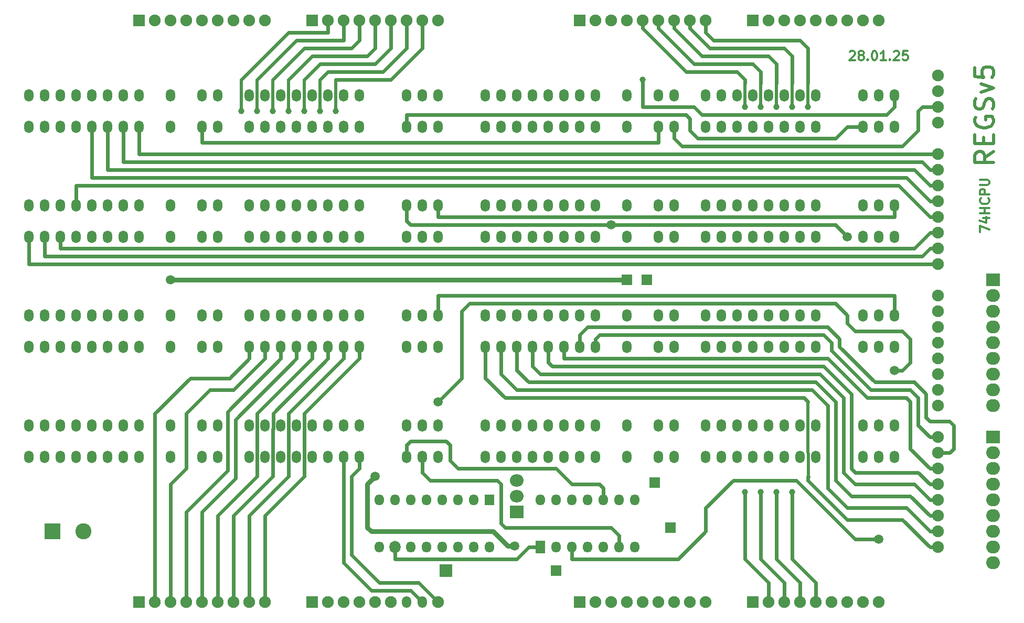
<source format=gbr>
%TF.GenerationSoftware,KiCad,Pcbnew,(5.1.8)-1*%
%TF.CreationDate,2025-01-29T23:55:13+03:00*%
%TF.ProjectId,Regs-v5,52656773-2d76-4352-9e6b-696361645f70,rev?*%
%TF.SameCoordinates,Original*%
%TF.FileFunction,Copper,L1,Top*%
%TF.FilePolarity,Positive*%
%FSLAX46Y46*%
G04 Gerber Fmt 4.6, Leading zero omitted, Abs format (unit mm)*
G04 Created by KiCad (PCBNEW (5.1.8)-1) date 2025-01-29 23:55:13*
%MOMM*%
%LPD*%
G01*
G04 APERTURE LIST*
%TA.AperFunction,NonConductor*%
%ADD10C,0.300000*%
%TD*%
%TA.AperFunction,NonConductor*%
%ADD11C,0.500000*%
%TD*%
%TA.AperFunction,ComponentPad*%
%ADD12R,1.700000X1.700000*%
%TD*%
%TA.AperFunction,ComponentPad*%
%ADD13O,1.500000X2.000000*%
%TD*%
%TA.AperFunction,ComponentPad*%
%ADD14O,2.200000X2.100000*%
%TD*%
%TA.AperFunction,ComponentPad*%
%ADD15R,2.200000X2.100000*%
%TD*%
%TA.AperFunction,ComponentPad*%
%ADD16O,1.900000X1.900000*%
%TD*%
%TA.AperFunction,ComponentPad*%
%ADD17C,2.600000*%
%TD*%
%TA.AperFunction,ComponentPad*%
%ADD18R,2.600000X2.600000*%
%TD*%
%TA.AperFunction,ComponentPad*%
%ADD19O,1.500000X1.800000*%
%TD*%
%TA.AperFunction,ComponentPad*%
%ADD20R,1.500000X2.000000*%
%TD*%
%TA.AperFunction,ComponentPad*%
%ADD21O,1.800000X2.000000*%
%TD*%
%TA.AperFunction,ComponentPad*%
%ADD22R,1.500000X1.800000*%
%TD*%
%TA.AperFunction,ComponentPad*%
%ADD23R,2.000000X2.000000*%
%TD*%
%TA.AperFunction,ComponentPad*%
%ADD24O,2.200000X2.000000*%
%TD*%
%TA.AperFunction,ComponentPad*%
%ADD25R,2.200000X2.000000*%
%TD*%
%TA.AperFunction,ComponentPad*%
%ADD26R,1.900000X1.900000*%
%TD*%
%TA.AperFunction,ComponentPad*%
%ADD27O,1.500000X1.900000*%
%TD*%
%TA.AperFunction,ViaPad*%
%ADD28C,1.000000*%
%TD*%
%TA.AperFunction,ViaPad*%
%ADD29C,1.500000*%
%TD*%
%TA.AperFunction,Conductor*%
%ADD30C,0.600000*%
%TD*%
%TA.AperFunction,Conductor*%
%ADD31C,0.500000*%
%TD*%
%TA.AperFunction,Conductor*%
%ADD32C,0.800000*%
%TD*%
G04 APERTURE END LIST*
D10*
X150225714Y-22816428D02*
X150297142Y-22745000D01*
X150440000Y-22673571D01*
X150797142Y-22673571D01*
X150940000Y-22745000D01*
X151011428Y-22816428D01*
X151082857Y-22959285D01*
X151082857Y-23102142D01*
X151011428Y-23316428D01*
X150154285Y-24173571D01*
X151082857Y-24173571D01*
X151940000Y-23316428D02*
X151797142Y-23245000D01*
X151725714Y-23173571D01*
X151654285Y-23030714D01*
X151654285Y-22959285D01*
X151725714Y-22816428D01*
X151797142Y-22745000D01*
X151940000Y-22673571D01*
X152225714Y-22673571D01*
X152368571Y-22745000D01*
X152440000Y-22816428D01*
X152511428Y-22959285D01*
X152511428Y-23030714D01*
X152440000Y-23173571D01*
X152368571Y-23245000D01*
X152225714Y-23316428D01*
X151940000Y-23316428D01*
X151797142Y-23387857D01*
X151725714Y-23459285D01*
X151654285Y-23602142D01*
X151654285Y-23887857D01*
X151725714Y-24030714D01*
X151797142Y-24102142D01*
X151940000Y-24173571D01*
X152225714Y-24173571D01*
X152368571Y-24102142D01*
X152440000Y-24030714D01*
X152511428Y-23887857D01*
X152511428Y-23602142D01*
X152440000Y-23459285D01*
X152368571Y-23387857D01*
X152225714Y-23316428D01*
X153154285Y-24030714D02*
X153225714Y-24102142D01*
X153154285Y-24173571D01*
X153082857Y-24102142D01*
X153154285Y-24030714D01*
X153154285Y-24173571D01*
X154154285Y-22673571D02*
X154297142Y-22673571D01*
X154440000Y-22745000D01*
X154511428Y-22816428D01*
X154582857Y-22959285D01*
X154654285Y-23245000D01*
X154654285Y-23602142D01*
X154582857Y-23887857D01*
X154511428Y-24030714D01*
X154440000Y-24102142D01*
X154297142Y-24173571D01*
X154154285Y-24173571D01*
X154011428Y-24102142D01*
X153940000Y-24030714D01*
X153868571Y-23887857D01*
X153797142Y-23602142D01*
X153797142Y-23245000D01*
X153868571Y-22959285D01*
X153940000Y-22816428D01*
X154011428Y-22745000D01*
X154154285Y-22673571D01*
X156082857Y-24173571D02*
X155225714Y-24173571D01*
X155654285Y-24173571D02*
X155654285Y-22673571D01*
X155511428Y-22887857D01*
X155368571Y-23030714D01*
X155225714Y-23102142D01*
X156725714Y-24030714D02*
X156797142Y-24102142D01*
X156725714Y-24173571D01*
X156654285Y-24102142D01*
X156725714Y-24030714D01*
X156725714Y-24173571D01*
X157368571Y-22816428D02*
X157440000Y-22745000D01*
X157582857Y-22673571D01*
X157940000Y-22673571D01*
X158082857Y-22745000D01*
X158154285Y-22816428D01*
X158225714Y-22959285D01*
X158225714Y-23102142D01*
X158154285Y-23316428D01*
X157297142Y-24173571D01*
X158225714Y-24173571D01*
X159582857Y-22673571D02*
X158868571Y-22673571D01*
X158797142Y-23387857D01*
X158868571Y-23316428D01*
X159011428Y-23245000D01*
X159368571Y-23245000D01*
X159511428Y-23316428D01*
X159582857Y-23387857D01*
X159654285Y-23530714D01*
X159654285Y-23887857D01*
X159582857Y-24030714D01*
X159511428Y-24102142D01*
X159368571Y-24173571D01*
X159011428Y-24173571D01*
X158868571Y-24102142D01*
X158797142Y-24030714D01*
D11*
X173442142Y-38948571D02*
X172013571Y-39948571D01*
X173442142Y-40662857D02*
X170442142Y-40662857D01*
X170442142Y-39520000D01*
X170585000Y-39234285D01*
X170727857Y-39091428D01*
X171013571Y-38948571D01*
X171442142Y-38948571D01*
X171727857Y-39091428D01*
X171870714Y-39234285D01*
X172013571Y-39520000D01*
X172013571Y-40662857D01*
X171870714Y-37662857D02*
X171870714Y-36662857D01*
X173442142Y-36234285D02*
X173442142Y-37662857D01*
X170442142Y-37662857D01*
X170442142Y-36234285D01*
X170585000Y-33377142D02*
X170442142Y-33662857D01*
X170442142Y-34091428D01*
X170585000Y-34520000D01*
X170870714Y-34805714D01*
X171156428Y-34948571D01*
X171727857Y-35091428D01*
X172156428Y-35091428D01*
X172727857Y-34948571D01*
X173013571Y-34805714D01*
X173299285Y-34520000D01*
X173442142Y-34091428D01*
X173442142Y-33805714D01*
X173299285Y-33377142D01*
X173156428Y-33234285D01*
X172156428Y-33234285D01*
X172156428Y-33805714D01*
X173299285Y-32091428D02*
X173442142Y-31662857D01*
X173442142Y-30948571D01*
X173299285Y-30662857D01*
X173156428Y-30520000D01*
X172870714Y-30377142D01*
X172585000Y-30377142D01*
X172299285Y-30520000D01*
X172156428Y-30662857D01*
X172013571Y-30948571D01*
X171870714Y-31520000D01*
X171727857Y-31805714D01*
X171585000Y-31948571D01*
X171299285Y-32091428D01*
X171013571Y-32091428D01*
X170727857Y-31948571D01*
X170585000Y-31805714D01*
X170442142Y-31520000D01*
X170442142Y-30805714D01*
X170585000Y-30377142D01*
X171442142Y-29377142D02*
X173442142Y-28662857D01*
X171442142Y-27948571D01*
X170442142Y-25377142D02*
X170442142Y-26805714D01*
X171870714Y-26948571D01*
X171727857Y-26805714D01*
X171585000Y-26520000D01*
X171585000Y-25805714D01*
X171727857Y-25520000D01*
X171870714Y-25377142D01*
X172156428Y-25234285D01*
X172870714Y-25234285D01*
X173156428Y-25377142D01*
X173299285Y-25520000D01*
X173442142Y-25805714D01*
X173442142Y-26520000D01*
X173299285Y-26805714D01*
X173156428Y-26948571D01*
D10*
X171263571Y-51910714D02*
X171263571Y-50910714D01*
X172763571Y-51553571D01*
X171763571Y-49696428D02*
X172763571Y-49696428D01*
X171192142Y-50053571D02*
X172263571Y-50410714D01*
X172263571Y-49482142D01*
X172763571Y-48910714D02*
X171263571Y-48910714D01*
X171977857Y-48910714D02*
X171977857Y-48053571D01*
X172763571Y-48053571D02*
X171263571Y-48053571D01*
X172620714Y-46482142D02*
X172692142Y-46553571D01*
X172763571Y-46767857D01*
X172763571Y-46910714D01*
X172692142Y-47125000D01*
X172549285Y-47267857D01*
X172406428Y-47339285D01*
X172120714Y-47410714D01*
X171906428Y-47410714D01*
X171620714Y-47339285D01*
X171477857Y-47267857D01*
X171335000Y-47125000D01*
X171263571Y-46910714D01*
X171263571Y-46767857D01*
X171335000Y-46553571D01*
X171406428Y-46482142D01*
X172763571Y-45839285D02*
X171263571Y-45839285D01*
X171263571Y-45267857D01*
X171335000Y-45125000D01*
X171406428Y-45053571D01*
X171549285Y-44982142D01*
X171763571Y-44982142D01*
X171906428Y-45053571D01*
X171977857Y-45125000D01*
X172049285Y-45267857D01*
X172049285Y-45839285D01*
X171263571Y-44339285D02*
X172477857Y-44339285D01*
X172620714Y-44267857D01*
X172692142Y-44196428D01*
X172763571Y-44053571D01*
X172763571Y-43767857D01*
X172692142Y-43625000D01*
X172620714Y-43553571D01*
X172477857Y-43482142D01*
X171263571Y-43482142D01*
D12*
%TO.P,J19,1*%
%TO.N,/~Res*%
X114300000Y-59690000D03*
%TD*%
%TO.P,J20,1*%
%TO.N,/~Res*%
X117475000Y-59690000D03*
%TD*%
D13*
%TO.P,U19,22*%
%TO.N,/~R3*%
X83820000Y-29845000D03*
%TO.P,U19,21*%
%TO.N,/~H*%
X81280000Y-29845000D03*
%TO.P,U19,20*%
%TO.N,/~Bank1*%
X78740000Y-29845000D03*
%TO.P,U19,19*%
%TO.N,/R7.7*%
X71120000Y-29845000D03*
%TO.P,U19,18*%
%TO.N,/R7.6*%
X68580000Y-29845000D03*
%TO.P,U19,17*%
%TO.N,/R7.5*%
X66040000Y-29845000D03*
%TO.P,U19,16*%
%TO.N,/R7.4*%
X63500000Y-29845000D03*
%TO.P,U19,15*%
%TO.N,/R7.3*%
X60960000Y-29845000D03*
%TO.P,U19,14*%
%TO.N,/R7.2*%
X58420000Y-29845000D03*
%TO.P,U19,13*%
%TO.N,/R7.1*%
X55880000Y-29845000D03*
%TO.P,U19,12*%
%TO.N,/R7.0*%
X53340000Y-29845000D03*
%TO.P,U19,11*%
%TO.N,VCC*%
X48260000Y-29845000D03*
%TO.P,U19,10*%
%TO.N,GND*%
X45720000Y-29845000D03*
%TO.P,U19,9*%
%TO.N,/~Res*%
X40640000Y-29845000D03*
%TO.P,U19,8*%
%TO.N,/H0*%
X35560000Y-29845000D03*
%TO.P,U19,7*%
%TO.N,/H1*%
X33020000Y-29845000D03*
%TO.P,U19,6*%
%TO.N,/H2*%
X30480000Y-29845000D03*
%TO.P,U19,5*%
%TO.N,/H3*%
X27940000Y-29845000D03*
%TO.P,U19,4*%
%TO.N,/H4*%
X25400000Y-29845000D03*
%TO.P,U19,3*%
%TO.N,/H5*%
X22860000Y-29845000D03*
%TO.P,U19,2*%
%TO.N,/H6*%
X20320000Y-29845000D03*
%TO.P,U19,1*%
%TO.N,/H7*%
X17780000Y-29845000D03*
%TD*%
%TO.P,U18,22*%
%TO.N,/~R3*%
X157480000Y-29845000D03*
%TO.P,U18,21*%
%TO.N,/~L*%
X154940000Y-29845000D03*
%TO.P,U18,20*%
%TO.N,/~Bank1*%
X152400000Y-29845000D03*
%TO.P,U18,19*%
%TO.N,/R6.7*%
X144780000Y-29845000D03*
%TO.P,U18,18*%
%TO.N,/R6.6*%
X142240000Y-29845000D03*
%TO.P,U18,17*%
%TO.N,/R6.5*%
X139700000Y-29845000D03*
%TO.P,U18,16*%
%TO.N,/R6.4*%
X137160000Y-29845000D03*
%TO.P,U18,15*%
%TO.N,/R6.3*%
X134620000Y-29845000D03*
%TO.P,U18,14*%
%TO.N,/R6.2*%
X132080000Y-29845000D03*
%TO.P,U18,13*%
%TO.N,/R6.1*%
X129540000Y-29845000D03*
%TO.P,U18,12*%
%TO.N,/R6.0*%
X127000000Y-29845000D03*
%TO.P,U18,11*%
%TO.N,VCC*%
X121920000Y-29845000D03*
%TO.P,U18,10*%
%TO.N,GND*%
X119380000Y-29845000D03*
%TO.P,U18,9*%
%TO.N,/~Res*%
X114300000Y-29845000D03*
%TO.P,U18,8*%
%TO.N,/L0*%
X109220000Y-29845000D03*
%TO.P,U18,7*%
%TO.N,/L1*%
X106680000Y-29845000D03*
%TO.P,U18,6*%
%TO.N,/L2*%
X104140000Y-29845000D03*
%TO.P,U18,5*%
%TO.N,/L3*%
X101600000Y-29845000D03*
%TO.P,U18,4*%
%TO.N,/L4*%
X99060000Y-29845000D03*
%TO.P,U18,3*%
%TO.N,/L5*%
X96520000Y-29845000D03*
%TO.P,U18,2*%
%TO.N,/L6*%
X93980000Y-29845000D03*
%TO.P,U18,1*%
%TO.N,/L7*%
X91440000Y-29845000D03*
%TD*%
%TO.P,U17,22*%
%TO.N,/~R2*%
X83820000Y-47625000D03*
%TO.P,U17,21*%
%TO.N,/~H*%
X81280000Y-47625000D03*
%TO.P,U17,20*%
%TO.N,/~Bank1*%
X78740000Y-47625000D03*
%TO.P,U17,19*%
%TO.N,/R5.7*%
X71120000Y-47625000D03*
%TO.P,U17,18*%
%TO.N,/R5.6*%
X68580000Y-47625000D03*
%TO.P,U17,17*%
%TO.N,/R5.5*%
X66040000Y-47625000D03*
%TO.P,U17,16*%
%TO.N,/R5.4*%
X63500000Y-47625000D03*
%TO.P,U17,15*%
%TO.N,/R5.3*%
X60960000Y-47625000D03*
%TO.P,U17,14*%
%TO.N,/R5.2*%
X58420000Y-47625000D03*
%TO.P,U17,13*%
%TO.N,/R5.1*%
X55880000Y-47625000D03*
%TO.P,U17,12*%
%TO.N,/R5.0*%
X53340000Y-47625000D03*
%TO.P,U17,11*%
%TO.N,VCC*%
X48260000Y-47625000D03*
%TO.P,U17,10*%
%TO.N,GND*%
X45720000Y-47625000D03*
%TO.P,U17,9*%
%TO.N,/~Res*%
X40640000Y-47625000D03*
%TO.P,U17,8*%
%TO.N,/H0*%
X35560000Y-47625000D03*
%TO.P,U17,7*%
%TO.N,/H1*%
X33020000Y-47625000D03*
%TO.P,U17,6*%
%TO.N,/H2*%
X30480000Y-47625000D03*
%TO.P,U17,5*%
%TO.N,/H3*%
X27940000Y-47625000D03*
%TO.P,U17,4*%
%TO.N,/H4*%
X25400000Y-47625000D03*
%TO.P,U17,3*%
%TO.N,/H5*%
X22860000Y-47625000D03*
%TO.P,U17,2*%
%TO.N,/H6*%
X20320000Y-47625000D03*
%TO.P,U17,1*%
%TO.N,/H7*%
X17780000Y-47625000D03*
%TD*%
%TO.P,U16,22*%
%TO.N,/~R2*%
X157480000Y-47625000D03*
%TO.P,U16,21*%
%TO.N,/~L*%
X154940000Y-47625000D03*
%TO.P,U16,20*%
%TO.N,/~Bank1*%
X152400000Y-47625000D03*
%TO.P,U16,19*%
%TO.N,/R4.7*%
X144780000Y-47625000D03*
%TO.P,U16,18*%
%TO.N,/R4.6*%
X142240000Y-47625000D03*
%TO.P,U16,17*%
%TO.N,/R4.5*%
X139700000Y-47625000D03*
%TO.P,U16,16*%
%TO.N,/R4.4*%
X137160000Y-47625000D03*
%TO.P,U16,15*%
%TO.N,/R4.3*%
X134620000Y-47625000D03*
%TO.P,U16,14*%
%TO.N,/R4.2*%
X132080000Y-47625000D03*
%TO.P,U16,13*%
%TO.N,/R4.1*%
X129540000Y-47625000D03*
%TO.P,U16,12*%
%TO.N,/R4.0*%
X127000000Y-47625000D03*
%TO.P,U16,11*%
%TO.N,VCC*%
X121920000Y-47625000D03*
%TO.P,U16,10*%
%TO.N,GND*%
X119380000Y-47625000D03*
%TO.P,U16,9*%
%TO.N,/~Res*%
X114300000Y-47625000D03*
%TO.P,U16,8*%
%TO.N,/L0*%
X109220000Y-47625000D03*
%TO.P,U16,7*%
%TO.N,/L1*%
X106680000Y-47625000D03*
%TO.P,U16,6*%
%TO.N,/L2*%
X104140000Y-47625000D03*
%TO.P,U16,5*%
%TO.N,/L3*%
X101600000Y-47625000D03*
%TO.P,U16,4*%
%TO.N,/L4*%
X99060000Y-47625000D03*
%TO.P,U16,3*%
%TO.N,/L5*%
X96520000Y-47625000D03*
%TO.P,U16,2*%
%TO.N,/L6*%
X93980000Y-47625000D03*
%TO.P,U16,1*%
%TO.N,/L7*%
X91440000Y-47625000D03*
%TD*%
%TO.P,U12,22*%
%TO.N,/~R1*%
X83820000Y-65405000D03*
%TO.P,U12,21*%
%TO.N,/~H*%
X81280000Y-65405000D03*
%TO.P,U12,20*%
%TO.N,/~Bank1*%
X78740000Y-65405000D03*
%TO.P,U12,19*%
%TO.N,/R3.7*%
X71120000Y-65405000D03*
%TO.P,U12,18*%
%TO.N,/R3.6*%
X68580000Y-65405000D03*
%TO.P,U12,17*%
%TO.N,/R3.5*%
X66040000Y-65405000D03*
%TO.P,U12,16*%
%TO.N,/R3.4*%
X63500000Y-65405000D03*
%TO.P,U12,15*%
%TO.N,/R3.3*%
X60960000Y-65405000D03*
%TO.P,U12,14*%
%TO.N,/R3.2*%
X58420000Y-65405000D03*
%TO.P,U12,13*%
%TO.N,/R3.1*%
X55880000Y-65405000D03*
%TO.P,U12,12*%
%TO.N,/R3.0*%
X53340000Y-65405000D03*
%TO.P,U12,11*%
%TO.N,VCC*%
X48260000Y-65405000D03*
%TO.P,U12,10*%
%TO.N,GND*%
X45720000Y-65405000D03*
%TO.P,U12,9*%
%TO.N,/~Res*%
X40640000Y-65405000D03*
%TO.P,U12,8*%
%TO.N,/H0*%
X35560000Y-65405000D03*
%TO.P,U12,7*%
%TO.N,/H1*%
X33020000Y-65405000D03*
%TO.P,U12,6*%
%TO.N,/H2*%
X30480000Y-65405000D03*
%TO.P,U12,5*%
%TO.N,/H3*%
X27940000Y-65405000D03*
%TO.P,U12,4*%
%TO.N,/H4*%
X25400000Y-65405000D03*
%TO.P,U12,3*%
%TO.N,/H5*%
X22860000Y-65405000D03*
%TO.P,U12,2*%
%TO.N,/H6*%
X20320000Y-65405000D03*
%TO.P,U12,1*%
%TO.N,/H7*%
X17780000Y-65405000D03*
%TD*%
%TO.P,U11,22*%
%TO.N,/~R1*%
X157480000Y-65405000D03*
%TO.P,U11,21*%
%TO.N,/~L*%
X154940000Y-65405000D03*
%TO.P,U11,20*%
%TO.N,/~Bank1*%
X152400000Y-65405000D03*
%TO.P,U11,19*%
%TO.N,/R2.7*%
X144780000Y-65405000D03*
%TO.P,U11,18*%
%TO.N,/R2.6*%
X142240000Y-65405000D03*
%TO.P,U11,17*%
%TO.N,/R2.5*%
X139700000Y-65405000D03*
%TO.P,U11,16*%
%TO.N,/R2.4*%
X137160000Y-65405000D03*
%TO.P,U11,15*%
%TO.N,/R2.3*%
X134620000Y-65405000D03*
%TO.P,U11,14*%
%TO.N,/R2.2*%
X132080000Y-65405000D03*
%TO.P,U11,13*%
%TO.N,/R2.1*%
X129540000Y-65405000D03*
%TO.P,U11,12*%
%TO.N,/R2.0*%
X127000000Y-65405000D03*
%TO.P,U11,11*%
%TO.N,VCC*%
X121920000Y-65405000D03*
%TO.P,U11,10*%
%TO.N,GND*%
X119380000Y-65405000D03*
%TO.P,U11,9*%
%TO.N,/~Res*%
X114300000Y-65405000D03*
%TO.P,U11,8*%
%TO.N,/L0*%
X109220000Y-65405000D03*
%TO.P,U11,7*%
%TO.N,/L1*%
X106680000Y-65405000D03*
%TO.P,U11,6*%
%TO.N,/L2*%
X104140000Y-65405000D03*
%TO.P,U11,5*%
%TO.N,/L3*%
X101600000Y-65405000D03*
%TO.P,U11,4*%
%TO.N,/L4*%
X99060000Y-65405000D03*
%TO.P,U11,3*%
%TO.N,/L5*%
X96520000Y-65405000D03*
%TO.P,U11,2*%
%TO.N,/L6*%
X93980000Y-65405000D03*
%TO.P,U11,1*%
%TO.N,/L7*%
X91440000Y-65405000D03*
%TD*%
%TO.P,U10,22*%
%TO.N,/~R0*%
X83820000Y-83185000D03*
%TO.P,U10,21*%
%TO.N,/~H*%
X81280000Y-83185000D03*
%TO.P,U10,20*%
%TO.N,/~Bank1*%
X78740000Y-83185000D03*
%TO.P,U10,19*%
%TO.N,/R1.7*%
X71120000Y-83185000D03*
%TO.P,U10,18*%
%TO.N,/R1.6*%
X68580000Y-83185000D03*
%TO.P,U10,17*%
%TO.N,/R1.5*%
X66040000Y-83185000D03*
%TO.P,U10,16*%
%TO.N,/R1.4*%
X63500000Y-83185000D03*
%TO.P,U10,15*%
%TO.N,/R1.3*%
X60960000Y-83185000D03*
%TO.P,U10,14*%
%TO.N,/R1.2*%
X58420000Y-83185000D03*
%TO.P,U10,13*%
%TO.N,/R1.1*%
X55880000Y-83185000D03*
%TO.P,U10,12*%
%TO.N,/R1.0*%
X53340000Y-83185000D03*
%TO.P,U10,11*%
%TO.N,VCC*%
X48260000Y-83185000D03*
%TO.P,U10,10*%
%TO.N,GND*%
X45720000Y-83185000D03*
%TO.P,U10,9*%
%TO.N,/~Res*%
X40640000Y-83185000D03*
%TO.P,U10,8*%
%TO.N,/H0*%
X35560000Y-83185000D03*
%TO.P,U10,7*%
%TO.N,/H1*%
X33020000Y-83185000D03*
%TO.P,U10,6*%
%TO.N,/H2*%
X30480000Y-83185000D03*
%TO.P,U10,5*%
%TO.N,/H3*%
X27940000Y-83185000D03*
%TO.P,U10,4*%
%TO.N,/H4*%
X25400000Y-83185000D03*
%TO.P,U10,3*%
%TO.N,/H5*%
X22860000Y-83185000D03*
%TO.P,U10,2*%
%TO.N,/H6*%
X20320000Y-83185000D03*
%TO.P,U10,1*%
%TO.N,/H7*%
X17780000Y-83185000D03*
%TD*%
%TO.P,U9,22*%
%TO.N,/~R0*%
X157480000Y-83185000D03*
%TO.P,U9,21*%
%TO.N,/~L*%
X154940000Y-83185000D03*
%TO.P,U9,20*%
%TO.N,/~Bank1*%
X152400000Y-83185000D03*
%TO.P,U9,19*%
%TO.N,/R0.7*%
X144780000Y-83185000D03*
%TO.P,U9,18*%
%TO.N,/R0.6*%
X142240000Y-83185000D03*
%TO.P,U9,17*%
%TO.N,/R0.5*%
X139700000Y-83185000D03*
%TO.P,U9,16*%
%TO.N,/R0.4*%
X137160000Y-83185000D03*
%TO.P,U9,15*%
%TO.N,/R0.3*%
X134620000Y-83185000D03*
%TO.P,U9,14*%
%TO.N,/R0.2*%
X132080000Y-83185000D03*
%TO.P,U9,13*%
%TO.N,/R0.1*%
X129540000Y-83185000D03*
%TO.P,U9,12*%
%TO.N,/R0.0*%
X127000000Y-83185000D03*
%TO.P,U9,11*%
%TO.N,VCC*%
X121920000Y-83185000D03*
%TO.P,U9,10*%
%TO.N,GND*%
X119380000Y-83185000D03*
%TO.P,U9,9*%
%TO.N,/~Res*%
X114300000Y-83185000D03*
%TO.P,U9,8*%
%TO.N,/L0*%
X109220000Y-83185000D03*
%TO.P,U9,7*%
%TO.N,/L1*%
X106680000Y-83185000D03*
%TO.P,U9,6*%
%TO.N,/L2*%
X104140000Y-83185000D03*
%TO.P,U9,5*%
%TO.N,/L3*%
X101600000Y-83185000D03*
%TO.P,U9,4*%
%TO.N,/L4*%
X99060000Y-83185000D03*
%TO.P,U9,3*%
%TO.N,/L5*%
X96520000Y-83185000D03*
%TO.P,U9,2*%
%TO.N,/L6*%
X93980000Y-83185000D03*
%TO.P,U9,1*%
%TO.N,/L7*%
X91440000Y-83185000D03*
%TD*%
D14*
%TO.P,J18,9*%
%TO.N,/ALU_H7*%
X173355000Y-80010000D03*
%TO.P,J18,8*%
%TO.N,Net-(J18-Pad8)*%
X173355000Y-77470000D03*
%TO.P,J18,7*%
%TO.N,Net-(J18-Pad7)*%
X173355000Y-74930000D03*
%TO.P,J18,6*%
%TO.N,Net-(J18-Pad6)*%
X173355000Y-72390000D03*
%TO.P,J18,5*%
%TO.N,Net-(J18-Pad5)*%
X173355000Y-69850000D03*
%TO.P,J18,4*%
%TO.N,Net-(J18-Pad4)*%
X173355000Y-67310000D03*
%TO.P,J18,3*%
%TO.N,Net-(J18-Pad3)*%
X173355000Y-64770000D03*
%TO.P,J18,2*%
%TO.N,/ALU_H0*%
X173355000Y-62230000D03*
D15*
%TO.P,J18,1*%
%TO.N,GND*%
X173355000Y-59690000D03*
%TD*%
D14*
%TO.P,J17,9*%
%TO.N,/L7*%
X173355000Y-105410000D03*
%TO.P,J17,8*%
%TO.N,/L6*%
X173355000Y-102870000D03*
%TO.P,J17,7*%
%TO.N,/L5*%
X173355000Y-100330000D03*
%TO.P,J17,6*%
%TO.N,/L4*%
X173355000Y-97790000D03*
%TO.P,J17,5*%
%TO.N,/L3*%
X173355000Y-95250000D03*
%TO.P,J17,4*%
%TO.N,/L2*%
X173355000Y-92710000D03*
%TO.P,J17,3*%
%TO.N,/L1*%
X173355000Y-90170000D03*
%TO.P,J17,2*%
%TO.N,/L0*%
X173355000Y-87630000D03*
D15*
%TO.P,J17,1*%
%TO.N,GND*%
X173355000Y-85090000D03*
%TD*%
D16*
%TO.P,U15,28*%
%TO.N,GND*%
X164465000Y-26670000D03*
%TO.P,U15,27*%
X164465000Y-29210000D03*
%TO.P,U15,26*%
%TO.N,VCC*%
X164465000Y-31750000D03*
%TO.P,U15,25*%
%TO.N,Net-(U14-Pad11)*%
X164465000Y-34290000D03*
%TO.P,U15,24*%
%TO.N,/H0*%
X164465000Y-39370000D03*
%TO.P,U15,23*%
%TO.N,/H1*%
X164465000Y-41910000D03*
%TO.P,U15,22*%
%TO.N,/H2*%
X164465000Y-44450000D03*
%TO.P,U15,21*%
%TO.N,/H3*%
X164465000Y-46990000D03*
%TO.P,U15,20*%
%TO.N,/H4*%
X164465000Y-49530000D03*
%TO.P,U15,19*%
%TO.N,/H5*%
X164465000Y-52070000D03*
%TO.P,U15,18*%
%TO.N,/H6*%
X164465000Y-54610000D03*
%TO.P,U15,17*%
%TO.N,/H7*%
X164465000Y-57150000D03*
%TO.P,U15,16*%
%TO.N,/ALU_H0*%
X164465000Y-62230000D03*
%TO.P,U15,15*%
%TO.N,Net-(J18-Pad3)*%
X164465000Y-64770000D03*
%TO.P,U15,14*%
%TO.N,Net-(J18-Pad4)*%
X164465000Y-67310000D03*
%TO.P,U15,13*%
%TO.N,Net-(J18-Pad5)*%
X164465000Y-69850000D03*
%TO.P,U15,12*%
%TO.N,Net-(J18-Pad6)*%
X164465000Y-72390000D03*
%TO.P,U15,11*%
%TO.N,Net-(J18-Pad7)*%
X164465000Y-74930000D03*
%TO.P,U15,10*%
%TO.N,Net-(J18-Pad8)*%
X164465000Y-77470000D03*
%TO.P,U15,9*%
%TO.N,/ALU_H7*%
X164465000Y-80010000D03*
%TO.P,U15,8*%
%TO.N,/L0*%
X164465000Y-85090000D03*
%TO.P,U15,7*%
%TO.N,/L1*%
X164465000Y-87630000D03*
%TO.P,U15,6*%
%TO.N,/L2*%
X164465000Y-90170000D03*
%TO.P,U15,5*%
%TO.N,/L3*%
X164465000Y-92710000D03*
%TO.P,U15,4*%
%TO.N,/L4*%
X164465000Y-95250000D03*
%TO.P,U15,3*%
%TO.N,/L5*%
X164465000Y-97790000D03*
%TO.P,U15,2*%
%TO.N,/L6*%
X164465000Y-100330000D03*
%TO.P,U15,1*%
%TO.N,/L7*%
X164465000Y-102870000D03*
%TD*%
D17*
%TO.P,J16,2*%
%TO.N,GND*%
X26590000Y-100330000D03*
D18*
%TO.P,J16,1*%
%TO.N,Net-(J16-Pad1)*%
X21590000Y-100330000D03*
%TD*%
D19*
%TO.P,U14,14*%
%TO.N,VCC*%
X100330000Y-95250000D03*
%TO.P,U14,7*%
%TO.N,GND*%
X115570000Y-102870000D03*
%TO.P,U14,13*%
%TO.N,/~MUL*%
X102870000Y-95250000D03*
%TO.P,U14,6*%
%TO.N,/~H*%
X113030000Y-102870000D03*
%TO.P,U14,12*%
%TO.N,/~MUL*%
X105410000Y-95250000D03*
%TO.P,U14,5*%
%TO.N,Net-(U13-Pad9)*%
X110490000Y-102870000D03*
%TO.P,U14,11*%
%TO.N,Net-(U14-Pad11)*%
X107950000Y-95250000D03*
%TO.P,U14,4*%
%TO.N,/Latch*%
X107950000Y-102870000D03*
%TO.P,U14,10*%
%TO.N,/~Bank0*%
X110490000Y-95250000D03*
%TO.P,U14,3*%
%TO.N,/~L*%
X105410000Y-102870000D03*
%TO.P,U14,9*%
%TO.N,/~Bank0*%
X113030000Y-95250000D03*
%TO.P,U14,2*%
%TO.N,/Latch*%
X102870000Y-102870000D03*
%TO.P,U14,8*%
%TO.N,/~Bank1*%
X115570000Y-95250000D03*
D20*
%TO.P,U14,1*%
%TO.N,Net-(U13-Pad10)*%
X100330000Y-102870000D03*
%TD*%
D19*
%TO.P,U13,16*%
%TO.N,VCC*%
X92075000Y-102870000D03*
%TO.P,U13,8*%
%TO.N,GND*%
X74295000Y-95250000D03*
%TO.P,U13,15*%
X89535000Y-102870000D03*
%TO.P,U13,7*%
%TO.N,/~R3*%
X76835000Y-95250000D03*
%TO.P,U13,14*%
%TO.N,/DST[0]*%
X86995000Y-102870000D03*
%TO.P,U13,6*%
%TO.N,/~R2*%
X79375000Y-95250000D03*
%TO.P,U13,13*%
%TO.N,/~MUL*%
X84455000Y-102870000D03*
%TO.P,U13,5*%
%TO.N,/~R1*%
X81915000Y-95250000D03*
%TO.P,U13,12*%
%TO.N,Net-(U13-Pad12)*%
X81915000Y-102870000D03*
%TO.P,U13,4*%
%TO.N,/~R0*%
X84455000Y-95250000D03*
%TO.P,U13,11*%
%TO.N,Net-(U13-Pad11)*%
X79375000Y-102870000D03*
%TO.P,U13,3*%
%TO.N,/DST[2]*%
X86995000Y-95250000D03*
D21*
%TO.P,U13,10*%
%TO.N,Net-(U13-Pad10)*%
X76835000Y-102870000D03*
D19*
%TO.P,U13,2*%
%TO.N,/DST[1]*%
X89535000Y-95250000D03*
%TO.P,U13,9*%
%TO.N,Net-(U13-Pad9)*%
X74295000Y-102870000D03*
D22*
%TO.P,U13,1*%
%TO.N,GND*%
X92075000Y-95250000D03*
%TD*%
D12*
%TO.P,J15,1*%
%TO.N,/Latch*%
X102870000Y-106680000D03*
%TD*%
%TO.P,J14,1*%
%TO.N,/~Bank0*%
X121285000Y-99695000D03*
%TD*%
%TO.P,J13,1*%
%TO.N,/~Res*%
X118745000Y-92440000D03*
%TD*%
D23*
%TO.P,J12,1*%
%TO.N,/~MUL*%
X85090000Y-106680000D03*
%TD*%
D24*
%TO.P,J11,3*%
%TO.N,/DST[2]*%
X96520000Y-92075000D03*
%TO.P,J11,2*%
%TO.N,/DST[1]*%
X96520000Y-94615000D03*
D25*
%TO.P,J11,1*%
%TO.N,/DST[0]*%
X96520000Y-97155000D03*
%TD*%
D16*
%TO.P,J8,9*%
%TO.N,/R7.7*%
X55880000Y-17780000D03*
%TO.P,J8,8*%
%TO.N,/R7.6*%
X53340000Y-17780000D03*
%TO.P,J8,7*%
%TO.N,/R7.5*%
X50800000Y-17780000D03*
%TO.P,J8,6*%
%TO.N,/R7.4*%
X48260000Y-17780000D03*
%TO.P,J8,5*%
%TO.N,/R7.3*%
X45720000Y-17780000D03*
%TO.P,J8,4*%
%TO.N,/R7.2*%
X43180000Y-17780000D03*
%TO.P,J8,3*%
%TO.N,/R7.1*%
X40640000Y-17780000D03*
%TO.P,J8,2*%
%TO.N,/R7.0*%
X38100000Y-17780000D03*
D26*
%TO.P,J8,1*%
%TO.N,GND*%
X35560000Y-17780000D03*
%TD*%
D16*
%TO.P,J7,9*%
%TO.N,/R6.7*%
X154940000Y-17780000D03*
%TO.P,J7,8*%
%TO.N,/R6.6*%
X152400000Y-17780000D03*
%TO.P,J7,7*%
%TO.N,/R6.5*%
X149860000Y-17780000D03*
%TO.P,J7,6*%
%TO.N,/R6.4*%
X147320000Y-17780000D03*
%TO.P,J7,5*%
%TO.N,/R6.3*%
X144780000Y-17780000D03*
%TO.P,J7,4*%
%TO.N,/R6.2*%
X142240000Y-17780000D03*
%TO.P,J7,3*%
%TO.N,/R6.1*%
X139700000Y-17780000D03*
%TO.P,J7,2*%
%TO.N,/R6.0*%
X137160000Y-17780000D03*
D26*
%TO.P,J7,1*%
%TO.N,GND*%
X134620000Y-17780000D03*
%TD*%
D16*
%TO.P,J6,9*%
%TO.N,/R5.7*%
X83820000Y-17780000D03*
%TO.P,J6,8*%
%TO.N,/R5.6*%
X81280000Y-17780000D03*
%TO.P,J6,7*%
%TO.N,/R5.5*%
X78740000Y-17780000D03*
%TO.P,J6,6*%
%TO.N,/R5.4*%
X76200000Y-17780000D03*
%TO.P,J6,5*%
%TO.N,/R5.3*%
X73660000Y-17780000D03*
%TO.P,J6,4*%
%TO.N,/R5.2*%
X71120000Y-17780000D03*
%TO.P,J6,3*%
%TO.N,/R5.1*%
X68580000Y-17780000D03*
%TO.P,J6,2*%
%TO.N,/R5.0*%
X66040000Y-17780000D03*
D26*
%TO.P,J6,1*%
%TO.N,GND*%
X63500000Y-17780000D03*
%TD*%
D16*
%TO.P,J5,9*%
%TO.N,/R4.7*%
X127000000Y-17780000D03*
%TO.P,J5,8*%
%TO.N,/R4.6*%
X124460000Y-17780000D03*
%TO.P,J5,7*%
%TO.N,/R4.5*%
X121920000Y-17780000D03*
%TO.P,J5,6*%
%TO.N,/R4.4*%
X119380000Y-17780000D03*
%TO.P,J5,5*%
%TO.N,/R4.3*%
X116840000Y-17780000D03*
%TO.P,J5,4*%
%TO.N,/R4.2*%
X114300000Y-17780000D03*
%TO.P,J5,3*%
%TO.N,/R4.1*%
X111760000Y-17780000D03*
%TO.P,J5,2*%
%TO.N,/R4.0*%
X109220000Y-17780000D03*
D26*
%TO.P,J5,1*%
%TO.N,GND*%
X106680000Y-17780000D03*
%TD*%
D16*
%TO.P,J4,9*%
%TO.N,/R3.7*%
X55880000Y-111760000D03*
%TO.P,J4,8*%
%TO.N,/R3.6*%
X53340000Y-111760000D03*
%TO.P,J4,7*%
%TO.N,/R3.5*%
X50800000Y-111760000D03*
%TO.P,J4,6*%
%TO.N,/R3.4*%
X48260000Y-111760000D03*
%TO.P,J4,5*%
%TO.N,/R3.3*%
X45720000Y-111760000D03*
%TO.P,J4,4*%
%TO.N,/R3.2*%
X43180000Y-111760000D03*
%TO.P,J4,3*%
%TO.N,/R3.1*%
X40640000Y-111760000D03*
%TO.P,J4,2*%
%TO.N,/R3.0*%
X38100000Y-111760000D03*
D26*
%TO.P,J4,1*%
%TO.N,GND*%
X35560000Y-111760000D03*
%TD*%
D16*
%TO.P,J3,9*%
%TO.N,/R2.7*%
X154940000Y-111760000D03*
%TO.P,J3,8*%
%TO.N,/R2.6*%
X152400000Y-111760000D03*
%TO.P,J3,7*%
%TO.N,/R2.5*%
X149860000Y-111760000D03*
%TO.P,J3,6*%
%TO.N,/R2.4*%
X147320000Y-111760000D03*
%TO.P,J3,5*%
%TO.N,/R2.3*%
X144780000Y-111760000D03*
%TO.P,J3,4*%
%TO.N,/R2.2*%
X142240000Y-111760000D03*
%TO.P,J3,3*%
%TO.N,/R2.1*%
X139700000Y-111760000D03*
%TO.P,J3,2*%
%TO.N,/R2.0*%
X137160000Y-111760000D03*
D26*
%TO.P,J3,1*%
%TO.N,GND*%
X134620000Y-111760000D03*
%TD*%
D16*
%TO.P,J2,9*%
%TO.N,/R1.7*%
X83820000Y-111760000D03*
D27*
%TO.P,J2,8*%
%TO.N,/R1.6*%
X81280000Y-111760000D03*
%TO.P,J2,7*%
%TO.N,/R1.5*%
X78740000Y-111760000D03*
D16*
%TO.P,J2,6*%
%TO.N,/R1.4*%
X76200000Y-111760000D03*
%TO.P,J2,5*%
%TO.N,/R1.3*%
X73660000Y-111760000D03*
%TO.P,J2,4*%
%TO.N,/R1.2*%
X71120000Y-111760000D03*
%TO.P,J2,3*%
%TO.N,/R1.1*%
X68580000Y-111760000D03*
%TO.P,J2,2*%
%TO.N,/R1.0*%
X66040000Y-111760000D03*
D26*
%TO.P,J2,1*%
%TO.N,GND*%
X63500000Y-111760000D03*
%TD*%
D16*
%TO.P,J1,9*%
%TO.N,/R0.7*%
X127000000Y-111760000D03*
%TO.P,J1,8*%
%TO.N,/R0.6*%
X124460000Y-111760000D03*
%TO.P,J1,7*%
%TO.N,/R0.5*%
X121920000Y-111760000D03*
%TO.P,J1,6*%
%TO.N,/R0.4*%
X119380000Y-111760000D03*
%TO.P,J1,5*%
%TO.N,/R0.3*%
X116840000Y-111760000D03*
%TO.P,J1,4*%
%TO.N,/R0.2*%
X114300000Y-111760000D03*
%TO.P,J1,3*%
%TO.N,/R0.1*%
X111760000Y-111760000D03*
%TO.P,J1,2*%
%TO.N,/R0.0*%
X109220000Y-111760000D03*
D26*
%TO.P,J1,1*%
%TO.N,GND*%
X106680000Y-111760000D03*
%TD*%
D13*
%TO.P,U1,22*%
%TO.N,/~R0*%
X157480000Y-88265000D03*
%TO.P,U1,21*%
%TO.N,/~L*%
X154940000Y-88265000D03*
%TO.P,U1,20*%
%TO.N,/~Bank0*%
X152400000Y-88265000D03*
%TO.P,U1,19*%
%TO.N,/R0.7*%
X144780000Y-88265000D03*
%TO.P,U1,18*%
%TO.N,/R0.6*%
X142240000Y-88265000D03*
%TO.P,U1,17*%
%TO.N,/R0.5*%
X139700000Y-88265000D03*
%TO.P,U1,16*%
%TO.N,/R0.4*%
X137160000Y-88265000D03*
%TO.P,U1,15*%
%TO.N,/R0.3*%
X134620000Y-88265000D03*
%TO.P,U1,14*%
%TO.N,/R0.2*%
X132080000Y-88265000D03*
%TO.P,U1,13*%
%TO.N,/R0.1*%
X129540000Y-88265000D03*
%TO.P,U1,12*%
%TO.N,/R0.0*%
X127000000Y-88265000D03*
%TO.P,U1,11*%
%TO.N,VCC*%
X121920000Y-88265000D03*
%TO.P,U1,10*%
%TO.N,GND*%
X119380000Y-88265000D03*
%TO.P,U1,9*%
%TO.N,/~Res*%
X114300000Y-88265000D03*
%TO.P,U1,8*%
%TO.N,/L0*%
X109220000Y-88265000D03*
%TO.P,U1,7*%
%TO.N,/L1*%
X106680000Y-88265000D03*
%TO.P,U1,6*%
%TO.N,/L2*%
X104140000Y-88265000D03*
%TO.P,U1,5*%
%TO.N,/L3*%
X101600000Y-88265000D03*
%TO.P,U1,4*%
%TO.N,/L4*%
X99060000Y-88265000D03*
%TO.P,U1,3*%
%TO.N,/L5*%
X96520000Y-88265000D03*
%TO.P,U1,2*%
%TO.N,/L6*%
X93980000Y-88265000D03*
%TO.P,U1,1*%
%TO.N,/L7*%
X91440000Y-88265000D03*
%TD*%
%TO.P,U8,22*%
%TO.N,/~R3*%
X83820000Y-34925000D03*
%TO.P,U8,21*%
%TO.N,/~H*%
X81280000Y-34925000D03*
%TO.P,U8,20*%
%TO.N,/~Bank0*%
X78740000Y-34925000D03*
%TO.P,U8,19*%
%TO.N,/R7.7*%
X71120000Y-34925000D03*
%TO.P,U8,18*%
%TO.N,/R7.6*%
X68580000Y-34925000D03*
%TO.P,U8,17*%
%TO.N,/R7.5*%
X66040000Y-34925000D03*
%TO.P,U8,16*%
%TO.N,/R7.4*%
X63500000Y-34925000D03*
%TO.P,U8,15*%
%TO.N,/R7.3*%
X60960000Y-34925000D03*
%TO.P,U8,14*%
%TO.N,/R7.2*%
X58420000Y-34925000D03*
%TO.P,U8,13*%
%TO.N,/R7.1*%
X55880000Y-34925000D03*
%TO.P,U8,12*%
%TO.N,/R7.0*%
X53340000Y-34925000D03*
%TO.P,U8,11*%
%TO.N,VCC*%
X48260000Y-34925000D03*
%TO.P,U8,10*%
%TO.N,GND*%
X45720000Y-34925000D03*
%TO.P,U8,9*%
%TO.N,/~Res*%
X40640000Y-34925000D03*
%TO.P,U8,8*%
%TO.N,/H0*%
X35560000Y-34925000D03*
%TO.P,U8,7*%
%TO.N,/H1*%
X33020000Y-34925000D03*
%TO.P,U8,6*%
%TO.N,/H2*%
X30480000Y-34925000D03*
%TO.P,U8,5*%
%TO.N,/H3*%
X27940000Y-34925000D03*
%TO.P,U8,4*%
%TO.N,/H4*%
X25400000Y-34925000D03*
%TO.P,U8,3*%
%TO.N,/H5*%
X22860000Y-34925000D03*
%TO.P,U8,2*%
%TO.N,/H6*%
X20320000Y-34925000D03*
%TO.P,U8,1*%
%TO.N,/H7*%
X17780000Y-34925000D03*
%TD*%
%TO.P,U6,22*%
%TO.N,/~R2*%
X83820000Y-52705000D03*
%TO.P,U6,21*%
%TO.N,/~H*%
X81280000Y-52705000D03*
%TO.P,U6,20*%
%TO.N,/~Bank0*%
X78740000Y-52705000D03*
%TO.P,U6,19*%
%TO.N,/R5.7*%
X71120000Y-52705000D03*
%TO.P,U6,18*%
%TO.N,/R5.6*%
X68580000Y-52705000D03*
%TO.P,U6,17*%
%TO.N,/R5.5*%
X66040000Y-52705000D03*
%TO.P,U6,16*%
%TO.N,/R5.4*%
X63500000Y-52705000D03*
%TO.P,U6,15*%
%TO.N,/R5.3*%
X60960000Y-52705000D03*
%TO.P,U6,14*%
%TO.N,/R5.2*%
X58420000Y-52705000D03*
%TO.P,U6,13*%
%TO.N,/R5.1*%
X55880000Y-52705000D03*
%TO.P,U6,12*%
%TO.N,/R5.0*%
X53340000Y-52705000D03*
%TO.P,U6,11*%
%TO.N,VCC*%
X48260000Y-52705000D03*
%TO.P,U6,10*%
%TO.N,GND*%
X45720000Y-52705000D03*
%TO.P,U6,9*%
%TO.N,/~Res*%
X40640000Y-52705000D03*
%TO.P,U6,8*%
%TO.N,/H0*%
X35560000Y-52705000D03*
%TO.P,U6,7*%
%TO.N,/H1*%
X33020000Y-52705000D03*
%TO.P,U6,6*%
%TO.N,/H2*%
X30480000Y-52705000D03*
%TO.P,U6,5*%
%TO.N,/H3*%
X27940000Y-52705000D03*
%TO.P,U6,4*%
%TO.N,/H4*%
X25400000Y-52705000D03*
%TO.P,U6,3*%
%TO.N,/H5*%
X22860000Y-52705000D03*
%TO.P,U6,2*%
%TO.N,/H6*%
X20320000Y-52705000D03*
%TO.P,U6,1*%
%TO.N,/H7*%
X17780000Y-52705000D03*
%TD*%
%TO.P,U4,22*%
%TO.N,/~R1*%
X83820000Y-70485000D03*
%TO.P,U4,21*%
%TO.N,/~H*%
X81280000Y-70485000D03*
%TO.P,U4,20*%
%TO.N,/~Bank0*%
X78740000Y-70485000D03*
%TO.P,U4,19*%
%TO.N,/R3.7*%
X71120000Y-70485000D03*
%TO.P,U4,18*%
%TO.N,/R3.6*%
X68580000Y-70485000D03*
%TO.P,U4,17*%
%TO.N,/R3.5*%
X66040000Y-70485000D03*
%TO.P,U4,16*%
%TO.N,/R3.4*%
X63500000Y-70485000D03*
%TO.P,U4,15*%
%TO.N,/R3.3*%
X60960000Y-70485000D03*
%TO.P,U4,14*%
%TO.N,/R3.2*%
X58420000Y-70485000D03*
%TO.P,U4,13*%
%TO.N,/R3.1*%
X55880000Y-70485000D03*
%TO.P,U4,12*%
%TO.N,/R3.0*%
X53340000Y-70485000D03*
%TO.P,U4,11*%
%TO.N,VCC*%
X48260000Y-70485000D03*
%TO.P,U4,10*%
%TO.N,GND*%
X45720000Y-70485000D03*
%TO.P,U4,9*%
%TO.N,/~Res*%
X40640000Y-70485000D03*
%TO.P,U4,8*%
%TO.N,/H0*%
X35560000Y-70485000D03*
%TO.P,U4,7*%
%TO.N,/H1*%
X33020000Y-70485000D03*
%TO.P,U4,6*%
%TO.N,/H2*%
X30480000Y-70485000D03*
%TO.P,U4,5*%
%TO.N,/H3*%
X27940000Y-70485000D03*
%TO.P,U4,4*%
%TO.N,/H4*%
X25400000Y-70485000D03*
%TO.P,U4,3*%
%TO.N,/H5*%
X22860000Y-70485000D03*
%TO.P,U4,2*%
%TO.N,/H6*%
X20320000Y-70485000D03*
%TO.P,U4,1*%
%TO.N,/H7*%
X17780000Y-70485000D03*
%TD*%
%TO.P,U2,22*%
%TO.N,/~R0*%
X83820000Y-88265000D03*
%TO.P,U2,21*%
%TO.N,/~H*%
X81280000Y-88265000D03*
%TO.P,U2,20*%
%TO.N,/~Bank0*%
X78740000Y-88265000D03*
%TO.P,U2,19*%
%TO.N,/R1.7*%
X71120000Y-88265000D03*
%TO.P,U2,18*%
%TO.N,/R1.6*%
X68580000Y-88265000D03*
%TO.P,U2,17*%
%TO.N,/R1.5*%
X66040000Y-88265000D03*
%TO.P,U2,16*%
%TO.N,/R1.4*%
X63500000Y-88265000D03*
%TO.P,U2,15*%
%TO.N,/R1.3*%
X60960000Y-88265000D03*
%TO.P,U2,14*%
%TO.N,/R1.2*%
X58420000Y-88265000D03*
%TO.P,U2,13*%
%TO.N,/R1.1*%
X55880000Y-88265000D03*
%TO.P,U2,12*%
%TO.N,/R1.0*%
X53340000Y-88265000D03*
%TO.P,U2,11*%
%TO.N,VCC*%
X48260000Y-88265000D03*
%TO.P,U2,10*%
%TO.N,GND*%
X45720000Y-88265000D03*
%TO.P,U2,9*%
%TO.N,/~Res*%
X40640000Y-88265000D03*
%TO.P,U2,8*%
%TO.N,/H0*%
X35560000Y-88265000D03*
%TO.P,U2,7*%
%TO.N,/H1*%
X33020000Y-88265000D03*
%TO.P,U2,6*%
%TO.N,/H2*%
X30480000Y-88265000D03*
%TO.P,U2,5*%
%TO.N,/H3*%
X27940000Y-88265000D03*
%TO.P,U2,4*%
%TO.N,/H4*%
X25400000Y-88265000D03*
%TO.P,U2,3*%
%TO.N,/H5*%
X22860000Y-88265000D03*
%TO.P,U2,2*%
%TO.N,/H6*%
X20320000Y-88265000D03*
%TO.P,U2,1*%
%TO.N,/H7*%
X17780000Y-88265000D03*
%TD*%
%TO.P,U7,22*%
%TO.N,/~R3*%
X157480000Y-34925000D03*
%TO.P,U7,21*%
%TO.N,/~L*%
X154940000Y-34925000D03*
%TO.P,U7,20*%
%TO.N,/~Bank0*%
X152400000Y-34925000D03*
%TO.P,U7,19*%
%TO.N,/R6.7*%
X144780000Y-34925000D03*
%TO.P,U7,18*%
%TO.N,/R6.6*%
X142240000Y-34925000D03*
%TO.P,U7,17*%
%TO.N,/R6.5*%
X139700000Y-34925000D03*
%TO.P,U7,16*%
%TO.N,/R6.4*%
X137160000Y-34925000D03*
%TO.P,U7,15*%
%TO.N,/R6.3*%
X134620000Y-34925000D03*
%TO.P,U7,14*%
%TO.N,/R6.2*%
X132080000Y-34925000D03*
%TO.P,U7,13*%
%TO.N,/R6.1*%
X129540000Y-34925000D03*
%TO.P,U7,12*%
%TO.N,/R6.0*%
X127000000Y-34925000D03*
%TO.P,U7,11*%
%TO.N,VCC*%
X121920000Y-34925000D03*
%TO.P,U7,10*%
%TO.N,GND*%
X119380000Y-34925000D03*
%TO.P,U7,9*%
%TO.N,/~Res*%
X114300000Y-34925000D03*
%TO.P,U7,8*%
%TO.N,/L0*%
X109220000Y-34925000D03*
%TO.P,U7,7*%
%TO.N,/L1*%
X106680000Y-34925000D03*
%TO.P,U7,6*%
%TO.N,/L2*%
X104140000Y-34925000D03*
%TO.P,U7,5*%
%TO.N,/L3*%
X101600000Y-34925000D03*
%TO.P,U7,4*%
%TO.N,/L4*%
X99060000Y-34925000D03*
%TO.P,U7,3*%
%TO.N,/L5*%
X96520000Y-34925000D03*
%TO.P,U7,2*%
%TO.N,/L6*%
X93980000Y-34925000D03*
%TO.P,U7,1*%
%TO.N,/L7*%
X91440000Y-34925000D03*
%TD*%
%TO.P,U5,22*%
%TO.N,/~R2*%
X157480000Y-52705000D03*
%TO.P,U5,21*%
%TO.N,/~L*%
X154940000Y-52705000D03*
%TO.P,U5,20*%
%TO.N,/~Bank0*%
X152400000Y-52705000D03*
%TO.P,U5,19*%
%TO.N,/R4.7*%
X144780000Y-52705000D03*
%TO.P,U5,18*%
%TO.N,/R4.6*%
X142240000Y-52705000D03*
%TO.P,U5,17*%
%TO.N,/R4.5*%
X139700000Y-52705000D03*
%TO.P,U5,16*%
%TO.N,/R4.4*%
X137160000Y-52705000D03*
%TO.P,U5,15*%
%TO.N,/R4.3*%
X134620000Y-52705000D03*
%TO.P,U5,14*%
%TO.N,/R4.2*%
X132080000Y-52705000D03*
%TO.P,U5,13*%
%TO.N,/R4.1*%
X129540000Y-52705000D03*
%TO.P,U5,12*%
%TO.N,/R4.0*%
X127000000Y-52705000D03*
%TO.P,U5,11*%
%TO.N,VCC*%
X121920000Y-52705000D03*
%TO.P,U5,10*%
%TO.N,GND*%
X119380000Y-52705000D03*
%TO.P,U5,9*%
%TO.N,/~Res*%
X114300000Y-52705000D03*
%TO.P,U5,8*%
%TO.N,/L0*%
X109220000Y-52705000D03*
%TO.P,U5,7*%
%TO.N,/L1*%
X106680000Y-52705000D03*
%TO.P,U5,6*%
%TO.N,/L2*%
X104140000Y-52705000D03*
%TO.P,U5,5*%
%TO.N,/L3*%
X101600000Y-52705000D03*
%TO.P,U5,4*%
%TO.N,/L4*%
X99060000Y-52705000D03*
%TO.P,U5,3*%
%TO.N,/L5*%
X96520000Y-52705000D03*
%TO.P,U5,2*%
%TO.N,/L6*%
X93980000Y-52705000D03*
%TO.P,U5,1*%
%TO.N,/L7*%
X91440000Y-52705000D03*
%TD*%
%TO.P,U3,22*%
%TO.N,/~R1*%
X157480000Y-70485000D03*
%TO.P,U3,21*%
%TO.N,/~L*%
X154940000Y-70485000D03*
%TO.P,U3,20*%
%TO.N,/~Bank0*%
X152400000Y-70485000D03*
%TO.P,U3,19*%
%TO.N,/R2.7*%
X144780000Y-70485000D03*
%TO.P,U3,18*%
%TO.N,/R2.6*%
X142240000Y-70485000D03*
%TO.P,U3,17*%
%TO.N,/R2.5*%
X139700000Y-70485000D03*
%TO.P,U3,16*%
%TO.N,/R2.4*%
X137160000Y-70485000D03*
%TO.P,U3,15*%
%TO.N,/R2.3*%
X134620000Y-70485000D03*
%TO.P,U3,14*%
%TO.N,/R2.2*%
X132080000Y-70485000D03*
%TO.P,U3,13*%
%TO.N,/R2.1*%
X129540000Y-70485000D03*
%TO.P,U3,12*%
%TO.N,/R2.0*%
X127000000Y-70485000D03*
%TO.P,U3,11*%
%TO.N,VCC*%
X121920000Y-70485000D03*
%TO.P,U3,10*%
%TO.N,GND*%
X119380000Y-70485000D03*
%TO.P,U3,9*%
%TO.N,/~Res*%
X114300000Y-70485000D03*
%TO.P,U3,8*%
%TO.N,/L0*%
X109220000Y-70485000D03*
%TO.P,U3,7*%
%TO.N,/L1*%
X106680000Y-70485000D03*
%TO.P,U3,6*%
%TO.N,/L2*%
X104140000Y-70485000D03*
%TO.P,U3,5*%
%TO.N,/L3*%
X101600000Y-70485000D03*
%TO.P,U3,4*%
%TO.N,/L4*%
X99060000Y-70485000D03*
%TO.P,U3,3*%
%TO.N,/L5*%
X96520000Y-70485000D03*
%TO.P,U3,2*%
%TO.N,/L6*%
X93980000Y-70485000D03*
%TO.P,U3,1*%
%TO.N,/L7*%
X91440000Y-70485000D03*
%TD*%
D28*
%TO.N,/R2.3*%
X140970000Y-93980000D03*
%TO.N,/R2.2*%
X138430000Y-93980000D03*
%TO.N,/R2.1*%
X135890000Y-93980000D03*
%TO.N,/R2.0*%
X133350000Y-93980000D03*
%TO.N,/R4.7*%
X143510000Y-31750000D03*
%TO.N,/R4.6*%
X140970000Y-31750000D03*
%TO.N,/R4.5*%
X138430000Y-31750000D03*
%TO.N,/R4.4*%
X135890000Y-31750000D03*
%TO.N,/R4.3*%
X133350000Y-31750000D03*
%TO.N,/R5.6*%
X67310000Y-32385000D03*
%TO.N,/R5.5*%
X64770000Y-32385000D03*
%TO.N,/R5.4*%
X62230000Y-32385000D03*
%TO.N,/R5.3*%
X59690000Y-32385000D03*
%TO.N,/R5.2*%
X57150000Y-32385000D03*
%TO.N,/R5.1*%
X54610000Y-32385000D03*
%TO.N,/R5.0*%
X52070000Y-32385000D03*
D29*
%TO.N,VCC*%
X96117500Y-102637500D03*
X73660000Y-91440000D03*
%TO.N,/~R0*%
X157480000Y-74295000D03*
X83820000Y-79375000D03*
%TO.N,/~L*%
X154940000Y-101600000D03*
%TO.N,/~Res*%
X40640000Y-59690000D03*
D28*
%TO.N,/~R3*%
X116840000Y-27305000D03*
D29*
%TO.N,/~Bank1*%
X149860000Y-52705000D03*
X111760000Y-50800000D03*
%TD*%
D30*
%TO.N,/L0*%
X163195000Y-85090000D02*
X164465000Y-85090000D01*
X161290000Y-78740000D02*
X161290000Y-83185000D01*
X160020000Y-77470000D02*
X161290000Y-78740000D01*
X153670000Y-77470000D02*
X160020000Y-77470000D01*
X147320000Y-71120000D02*
X153670000Y-77470000D01*
X147320000Y-69850000D02*
X147320000Y-71120000D01*
X161290000Y-83185000D02*
X163195000Y-85090000D01*
X146050000Y-68580000D02*
X147320000Y-69850000D01*
X109855000Y-68580000D02*
X146050000Y-68580000D01*
X109220000Y-69215000D02*
X109855000Y-68580000D01*
X109220000Y-70485000D02*
X109220000Y-69215000D01*
%TO.N,/L1*%
X106680000Y-68580000D02*
X106680000Y-70485000D01*
X107950000Y-67310000D02*
X106680000Y-68580000D01*
X164465000Y-87630000D02*
X166370000Y-87630000D01*
X166370000Y-87630000D02*
X167005000Y-86995000D01*
X154305000Y-76200000D02*
X148590000Y-70485000D01*
X167005000Y-86995000D02*
X167005000Y-83185000D01*
X167005000Y-83185000D02*
X166370000Y-82550000D01*
X166370000Y-82550000D02*
X163195000Y-82550000D01*
X163195000Y-82550000D02*
X162560000Y-81915000D01*
X160655000Y-76200000D02*
X154305000Y-76200000D01*
X162560000Y-78105000D02*
X160655000Y-76200000D01*
X148590000Y-70485000D02*
X148590000Y-69215000D01*
X148590000Y-69215000D02*
X146685000Y-67310000D01*
X162560000Y-81915000D02*
X162560000Y-78105000D01*
X146685000Y-67310000D02*
X107950000Y-67310000D01*
%TO.N,/L2*%
X160020000Y-86995000D02*
X163195000Y-90170000D01*
X160020000Y-79375000D02*
X160020000Y-86995000D01*
X159385000Y-78740000D02*
X160020000Y-79375000D01*
X163195000Y-90170000D02*
X164465000Y-90170000D01*
X153035000Y-78740000D02*
X159385000Y-78740000D01*
X146685000Y-72390000D02*
X153035000Y-78740000D01*
X104140000Y-72390000D02*
X146685000Y-72390000D01*
X104140000Y-70485000D02*
X104140000Y-72390000D01*
%TO.N,/L3*%
X163195000Y-92710000D02*
X164465000Y-92710000D01*
X161290000Y-90805000D02*
X163195000Y-92710000D01*
X151130000Y-90805000D02*
X161290000Y-90805000D01*
X150495000Y-90170000D02*
X151130000Y-90805000D01*
X146050000Y-73660000D02*
X150495000Y-78105000D01*
X150495000Y-78105000D02*
X150495000Y-90170000D01*
X102235000Y-73660000D02*
X146050000Y-73660000D01*
X101600000Y-73025000D02*
X102235000Y-73660000D01*
X101600000Y-70485000D02*
X101600000Y-73025000D01*
%TO.N,/L4*%
X163195000Y-95250000D02*
X164465000Y-95250000D01*
X160655000Y-92710000D02*
X163195000Y-95250000D01*
X149225000Y-90805000D02*
X151130000Y-92710000D01*
X149225000Y-78740000D02*
X149225000Y-90805000D01*
X145415000Y-74930000D02*
X149225000Y-78740000D01*
X151130000Y-92710000D02*
X160655000Y-92710000D01*
X100330000Y-74930000D02*
X145415000Y-74930000D01*
X99060000Y-73660000D02*
X100330000Y-74930000D01*
X99060000Y-70485000D02*
X99060000Y-73660000D01*
%TO.N,/L5*%
X160020000Y-94615000D02*
X163195000Y-97790000D01*
X150495000Y-94615000D02*
X160020000Y-94615000D01*
X147955000Y-92075000D02*
X150495000Y-94615000D01*
X147955000Y-79375000D02*
X147955000Y-92075000D01*
X144780000Y-76200000D02*
X147955000Y-79375000D01*
X98425000Y-76200000D02*
X144780000Y-76200000D01*
X96520000Y-74295000D02*
X98425000Y-76200000D01*
X163195000Y-97790000D02*
X164465000Y-97790000D01*
X96520000Y-70485000D02*
X96520000Y-74295000D01*
%TO.N,/L6*%
X149860000Y-96520000D02*
X159385000Y-96520000D01*
X146685000Y-93345000D02*
X149860000Y-96520000D01*
X163195000Y-100330000D02*
X164465000Y-100330000D01*
X144145000Y-77470000D02*
X146685000Y-80010000D01*
X96520000Y-77470000D02*
X144145000Y-77470000D01*
X159385000Y-96520000D02*
X163195000Y-100330000D01*
X93980000Y-74930000D02*
X96520000Y-77470000D01*
X146685000Y-80010000D02*
X146685000Y-93345000D01*
X93980000Y-70485000D02*
X93980000Y-74930000D01*
D31*
%TO.N,/L7*%
X143529990Y-87649990D02*
X143529990Y-91459990D01*
X143510000Y-79375000D02*
X143510000Y-85725000D01*
D30*
X142875000Y-78740000D02*
X143510000Y-79375000D01*
X94615000Y-78740000D02*
X142875000Y-78740000D01*
X91440000Y-75565000D02*
X94615000Y-78740000D01*
X91440000Y-70485000D02*
X91440000Y-75565000D01*
D31*
X143510000Y-85725000D02*
X143510000Y-87630000D01*
D30*
X163195000Y-102870000D02*
X164465000Y-102870000D01*
X149860000Y-98425000D02*
X158750000Y-98425000D01*
X143510000Y-92075000D02*
X149860000Y-98425000D01*
X143510000Y-91479980D02*
X143510000Y-92075000D01*
X158750000Y-98425000D02*
X163195000Y-102870000D01*
X143529990Y-91459990D02*
X143510000Y-91479980D01*
%TO.N,/H0*%
X164465000Y-39370000D02*
X35560000Y-39370000D01*
X35560000Y-39370000D02*
X35560000Y-34925000D01*
%TO.N,/H1*%
X163195000Y-41910000D02*
X164465000Y-41910000D01*
X161925000Y-40640000D02*
X163195000Y-41910000D01*
X33020000Y-40640000D02*
X161925000Y-40640000D01*
X33020000Y-34925000D02*
X33020000Y-40640000D01*
%TO.N,/H2*%
X30480000Y-34925000D02*
X30480000Y-41910000D01*
X164465000Y-44450000D02*
X163195000Y-44450000D01*
X163195000Y-44450000D02*
X160655000Y-41910000D01*
X30480000Y-41910000D02*
X160655000Y-41910000D01*
%TO.N,/H3*%
X163195000Y-46990000D02*
X164465000Y-46990000D01*
X159385000Y-43180000D02*
X163195000Y-46990000D01*
X27940000Y-43180000D02*
X159385000Y-43180000D01*
X27940000Y-34925000D02*
X27940000Y-43180000D01*
%TO.N,/H4*%
X164465000Y-49530000D02*
X163195000Y-49530000D01*
X163195000Y-49530000D02*
X158115000Y-44450000D01*
X158115000Y-44450000D02*
X25400000Y-44450000D01*
X25400000Y-44450000D02*
X25400000Y-47625000D01*
%TO.N,/H5*%
X22860000Y-54610000D02*
X22860000Y-52705000D01*
X160020000Y-54610000D02*
X22860000Y-54610000D01*
X164465000Y-52070000D02*
X163195000Y-52070000D01*
X160020000Y-54610000D02*
X160655000Y-54610000D01*
X163195000Y-52070000D02*
X160655000Y-54610000D01*
%TO.N,/H6*%
X20320000Y-55880000D02*
X20320000Y-52705000D01*
X161290000Y-55880000D02*
X20320000Y-55880000D01*
X164465000Y-54610000D02*
X163195000Y-54610000D01*
X161290000Y-55880000D02*
X161925000Y-55880000D01*
X163195000Y-54610000D02*
X161925000Y-55880000D01*
%TO.N,/H7*%
X17780000Y-57150000D02*
X17780000Y-52705000D01*
X164465000Y-57150000D02*
X17780000Y-57150000D01*
%TO.N,GND*%
X45720000Y-34925000D02*
X45720000Y-37465000D01*
X45720000Y-37465000D02*
X119380000Y-37465000D01*
X119380000Y-37465000D02*
X119380000Y-34925000D01*
%TO.N,/R1.7*%
X74295000Y-108585000D02*
X80645000Y-108585000D01*
X69850000Y-104140000D02*
X74295000Y-108585000D01*
X80645000Y-108585000D02*
X83820000Y-111760000D01*
X69850000Y-91440000D02*
X69850000Y-104140000D01*
X71120000Y-90170000D02*
X69850000Y-91440000D01*
X71120000Y-88265000D02*
X71120000Y-90170000D01*
%TO.N,/R1.6*%
X73025000Y-109855000D02*
X68580000Y-105410000D01*
X68580000Y-105410000D02*
X68580000Y-88265000D01*
X79375000Y-109855000D02*
X73025000Y-109855000D01*
X81280000Y-111760000D02*
X79375000Y-109855000D01*
%TO.N,/R2.3*%
X140970000Y-104775000D02*
X144780000Y-108585000D01*
X140970000Y-93980000D02*
X140970000Y-93980000D01*
X144780000Y-111760000D02*
X144780000Y-108585000D01*
X140970000Y-93980000D02*
X140970000Y-104775000D01*
%TO.N,/R2.2*%
X138430000Y-104775000D02*
X142240000Y-108585000D01*
X138430000Y-93980000D02*
X138430000Y-93980000D01*
X142240000Y-108585000D02*
X142240000Y-111760000D01*
X138430000Y-93980000D02*
X138430000Y-104775000D01*
%TO.N,/R2.1*%
X135890000Y-93980000D02*
X135890000Y-93980000D01*
X135890000Y-104775000D02*
X139700000Y-108585000D01*
X139700000Y-108585000D02*
X139700000Y-111760000D01*
X135890000Y-93980000D02*
X135890000Y-104775000D01*
%TO.N,/R2.0*%
X133350000Y-93980000D02*
X133350000Y-93980000D01*
X133350000Y-104775000D02*
X137160000Y-108585000D01*
X137160000Y-108585000D02*
X137160000Y-111760000D01*
X133350000Y-93980000D02*
X133350000Y-104775000D01*
%TO.N,/R3.7*%
X71120000Y-72390000D02*
X71120000Y-70485000D01*
X62230000Y-81280000D02*
X71120000Y-72390000D01*
X62230000Y-91440000D02*
X62230000Y-81280000D01*
X55880000Y-97790000D02*
X62230000Y-91440000D01*
X55880000Y-111760000D02*
X55880000Y-97790000D01*
%TO.N,/R3.6*%
X68580000Y-72390000D02*
X68580000Y-70485000D01*
X59690000Y-81280000D02*
X68580000Y-72390000D01*
X59690000Y-91440000D02*
X59690000Y-81280000D01*
X53340000Y-97790000D02*
X59690000Y-91440000D01*
X53340000Y-111760000D02*
X53340000Y-97790000D01*
%TO.N,/R3.5*%
X66040000Y-72390000D02*
X66040000Y-70485000D01*
X57169990Y-81260010D02*
X66040000Y-72390000D01*
X57169990Y-83800010D02*
X57169990Y-81260010D01*
X57150000Y-83820000D02*
X57169990Y-83800010D01*
X57150000Y-91440000D02*
X57150000Y-83820000D01*
X50800000Y-97790000D02*
X57150000Y-91440000D01*
X50800000Y-111760000D02*
X50800000Y-97790000D01*
%TO.N,/R3.4*%
X63500000Y-72390000D02*
X63500000Y-70485000D01*
X54610000Y-81280000D02*
X63500000Y-72390000D01*
X54610000Y-91440000D02*
X54610000Y-81280000D01*
X48260000Y-97790000D02*
X54610000Y-91440000D01*
X48260000Y-111760000D02*
X48260000Y-97790000D01*
%TO.N,/R3.3*%
X60960000Y-72390000D02*
X60960000Y-70485000D01*
X51117500Y-82232500D02*
X60960000Y-72390000D01*
X51117500Y-91757500D02*
X51117500Y-82232500D01*
X45720000Y-97155000D02*
X51117500Y-91757500D01*
X45720000Y-111760000D02*
X45720000Y-97155000D01*
%TO.N,/R3.2*%
X58420000Y-72390000D02*
X58420000Y-70485000D01*
X49847500Y-80962500D02*
X58420000Y-72390000D01*
X49847500Y-90487500D02*
X49847500Y-80962500D01*
X43180000Y-97155000D02*
X49847500Y-90487500D01*
X43180000Y-111760000D02*
X43180000Y-97155000D01*
%TO.N,/R3.1*%
X50800000Y-77470000D02*
X55880000Y-72390000D01*
X46990000Y-77470000D02*
X50800000Y-77470000D01*
X43180000Y-81280000D02*
X46990000Y-77470000D01*
X43180000Y-90170000D02*
X43180000Y-81280000D01*
X55880000Y-72390000D02*
X55880000Y-70485000D01*
X40640000Y-92710000D02*
X43180000Y-90170000D01*
X40640000Y-111760000D02*
X40640000Y-92710000D01*
%TO.N,/R3.0*%
X53340000Y-72390000D02*
X53340000Y-70485000D01*
X50165000Y-75565000D02*
X53340000Y-72390000D01*
X43815000Y-75565000D02*
X50165000Y-75565000D01*
X38100000Y-81280000D02*
X43815000Y-75565000D01*
X38100000Y-111760000D02*
X38100000Y-81280000D01*
D31*
%TO.N,/R4.7*%
X143510000Y-27940000D02*
X143510000Y-31750000D01*
D30*
X143510000Y-24130000D02*
X143510000Y-27940000D01*
X143510000Y-22225000D02*
X143510000Y-24130000D01*
X128270000Y-20955000D02*
X142240000Y-20955000D01*
X127000000Y-19685000D02*
X128270000Y-20955000D01*
X142240000Y-20955000D02*
X143510000Y-22225000D01*
X127000000Y-17780000D02*
X127000000Y-19685000D01*
%TO.N,/R4.6*%
X124460000Y-17780000D02*
X124460000Y-19050000D01*
X124460000Y-19050000D02*
X127635000Y-22225000D01*
X127635000Y-22225000D02*
X139700000Y-22225000D01*
X139700000Y-22225000D02*
X140970000Y-23495000D01*
X140970000Y-23495000D02*
X140970000Y-27940000D01*
D31*
X140970000Y-27940000D02*
X140970000Y-31750000D01*
D30*
%TO.N,/R4.5*%
X121920000Y-17780000D02*
X121920000Y-19050000D01*
X121920000Y-19050000D02*
X126365000Y-23495000D01*
D31*
X138430000Y-27940000D02*
X138430000Y-31750000D01*
D30*
X137160000Y-23495000D02*
X138430000Y-24765000D01*
X138430000Y-24765000D02*
X138430000Y-27940000D01*
X126365000Y-23495000D02*
X137160000Y-23495000D01*
D31*
%TO.N,/R4.4*%
X135890000Y-27940000D02*
X135890000Y-31750000D01*
D30*
X135890000Y-26035000D02*
X135890000Y-27940000D01*
X134620000Y-24765000D02*
X135890000Y-26035000D01*
X119380000Y-19050000D02*
X125095000Y-24765000D01*
X125095000Y-24765000D02*
X134620000Y-24765000D01*
X119380000Y-17780000D02*
X119380000Y-19050000D01*
D31*
%TO.N,/R4.3*%
X133350000Y-31750000D02*
X133350000Y-27940000D01*
D30*
X133350000Y-27305000D02*
X133350000Y-27940000D01*
X132080000Y-26035000D02*
X133350000Y-27305000D01*
X123825000Y-26035000D02*
X132080000Y-26035000D01*
X116840000Y-19050000D02*
X123825000Y-26035000D01*
X116840000Y-17780000D02*
X116840000Y-19050000D01*
D31*
%TO.N,/R5.6*%
X67310000Y-32385000D02*
X67310000Y-27305000D01*
D30*
X81280000Y-22225000D02*
X81280000Y-17780000D01*
X76200000Y-27305000D02*
X81280000Y-22225000D01*
X67310000Y-27305000D02*
X76200000Y-27305000D01*
D31*
%TO.N,/R5.5*%
X64770000Y-32385000D02*
X64770000Y-27305000D01*
D30*
X78740000Y-22225000D02*
X78740000Y-17780000D01*
X66040000Y-26035000D02*
X74930000Y-26035000D01*
X74930000Y-26035000D02*
X78740000Y-22225000D01*
X64770000Y-27305000D02*
X66040000Y-26035000D01*
D31*
%TO.N,/R5.4*%
X62230000Y-32385000D02*
X62230000Y-27305000D01*
D30*
X76200000Y-21590000D02*
X76200000Y-17780000D01*
X76200000Y-22225000D02*
X76200000Y-21590000D01*
X73660000Y-24765000D02*
X76200000Y-22225000D01*
X64770000Y-24765000D02*
X73660000Y-24765000D01*
X62230000Y-27305000D02*
X64770000Y-24765000D01*
D31*
%TO.N,/R5.3*%
X59690000Y-32385000D02*
X59690000Y-27305000D01*
D30*
X73660000Y-17780000D02*
X73660000Y-22225000D01*
X72390000Y-23495000D02*
X73660000Y-22225000D01*
X63500000Y-23495000D02*
X72390000Y-23495000D01*
X63500000Y-23495000D02*
X59690000Y-27305000D01*
D31*
%TO.N,/R5.2*%
X57150000Y-32385000D02*
X57150000Y-27305000D01*
D30*
X71120000Y-17780000D02*
X71120000Y-20955000D01*
X69850000Y-22225000D02*
X71120000Y-20955000D01*
X62230000Y-22225000D02*
X69850000Y-22225000D01*
X62230000Y-22225000D02*
X57150000Y-27305000D01*
D31*
%TO.N,/R5.1*%
X54610000Y-32385000D02*
X54610000Y-27305000D01*
D30*
X57150000Y-24765000D02*
X54610000Y-27305000D01*
X60960000Y-20955000D02*
X57150000Y-24765000D01*
X68580000Y-20955000D02*
X60960000Y-20955000D01*
X68580000Y-17780000D02*
X68580000Y-20955000D01*
D31*
%TO.N,/R5.0*%
X52070000Y-32385000D02*
X52070000Y-27305000D01*
D30*
X66040000Y-19685000D02*
X66040000Y-17780000D01*
X59690000Y-19685000D02*
X66040000Y-19685000D01*
X52070000Y-27305000D02*
X59690000Y-19685000D01*
%TO.N,VCC*%
X161925000Y-31750000D02*
X164465000Y-31750000D01*
X161290000Y-32385000D02*
X161925000Y-31750000D01*
X161290000Y-35560000D02*
X161290000Y-32385000D01*
X158750000Y-38100000D02*
X161290000Y-35560000D01*
X121920000Y-36830000D02*
X123190000Y-38100000D01*
X123190000Y-38100000D02*
X158750000Y-38100000D01*
X121920000Y-34925000D02*
X121920000Y-36830000D01*
D32*
X96117500Y-102637500D02*
X95017500Y-102637500D01*
X95017500Y-102637500D02*
X92710000Y-100330000D01*
X92710000Y-100330000D02*
X73025000Y-100330000D01*
X73025000Y-100330000D02*
X72390000Y-99695000D01*
X72390000Y-99695000D02*
X72390000Y-92710000D01*
X72390000Y-92710000D02*
X73660000Y-91440000D01*
D30*
%TO.N,/~R0*%
X83820000Y-79375000D02*
X83820000Y-79375000D01*
X149860000Y-66675000D02*
X151130000Y-67945000D01*
X147955000Y-63500000D02*
X149860000Y-65405000D01*
X88900000Y-63500000D02*
X147955000Y-63500000D01*
X87630000Y-64770000D02*
X88900000Y-63500000D01*
X87630000Y-75565000D02*
X87630000Y-64770000D01*
X149860000Y-65405000D02*
X149860000Y-66675000D01*
X83820000Y-79375000D02*
X87630000Y-75565000D01*
X158750000Y-67945000D02*
X160020000Y-69215000D01*
X151130000Y-67945000D02*
X158750000Y-67945000D01*
X160020000Y-73025000D02*
X158750000Y-74295000D01*
X158750000Y-74295000D02*
X157480000Y-74295000D01*
X160020000Y-69215000D02*
X160020000Y-73025000D01*
%TO.N,/~L*%
X105410000Y-104775000D02*
X105410000Y-102870000D01*
X122555000Y-104775000D02*
X105410000Y-104775000D01*
X127000000Y-100330000D02*
X122555000Y-104775000D01*
X141605000Y-92075000D02*
X131445000Y-92075000D01*
X127000000Y-96520000D02*
X127000000Y-100330000D01*
X151130000Y-101600000D02*
X141605000Y-92075000D01*
X131445000Y-92075000D02*
X127000000Y-96520000D01*
X154940000Y-101600000D02*
X151130000Y-101600000D01*
D32*
%TO.N,/~Res*%
X40640000Y-59690000D02*
X114300000Y-59690000D01*
D30*
%TO.N,/~H*%
X113030000Y-100965000D02*
X113030000Y-102870000D01*
X111760000Y-99695000D02*
X113030000Y-100965000D01*
X93345000Y-92075000D02*
X93980000Y-92710000D01*
X93980000Y-99060000D02*
X94615000Y-99695000D01*
X93980000Y-92710000D02*
X93980000Y-99060000D01*
X94615000Y-99695000D02*
X111760000Y-99695000D01*
X82550000Y-92075000D02*
X93345000Y-92075000D01*
X81280000Y-90805000D02*
X82550000Y-92075000D01*
X81280000Y-88265000D02*
X81280000Y-90805000D01*
%TO.N,/~R1*%
X157480000Y-62230000D02*
X157480000Y-65405000D01*
X83820000Y-62230000D02*
X157480000Y-62230000D01*
X83820000Y-62230000D02*
X83820000Y-65405000D01*
%TO.N,/~R2*%
X83820000Y-49530000D02*
X157480000Y-49530000D01*
X83820000Y-49530000D02*
X83820000Y-47625000D01*
X157480000Y-49530000D02*
X157480000Y-47625000D01*
%TO.N,/~R3*%
X157480000Y-31750000D02*
X157480000Y-29845000D01*
X156210000Y-33020000D02*
X157480000Y-31750000D01*
X126365000Y-33020000D02*
X156210000Y-33020000D01*
X125095000Y-31750000D02*
X126365000Y-33020000D01*
X116840000Y-31750000D02*
X125095000Y-31750000D01*
X116840000Y-27305000D02*
X116840000Y-31750000D01*
%TO.N,Net-(U13-Pad10)*%
X98425000Y-102870000D02*
X100330000Y-102870000D01*
X96520000Y-104775000D02*
X98425000Y-102870000D01*
X76835000Y-104775000D02*
X96520000Y-104775000D01*
X76835000Y-102870000D02*
X76835000Y-104775000D01*
%TO.N,/~Bank0*%
X149860000Y-34925000D02*
X152400000Y-34925000D01*
X147955000Y-36830000D02*
X149860000Y-34925000D01*
X78740000Y-34925000D02*
X78740000Y-33020000D01*
X123825000Y-33020000D02*
X124460000Y-33655000D01*
X78740000Y-33020000D02*
X123825000Y-33020000D01*
X124460000Y-35560000D02*
X125730000Y-36830000D01*
X125730000Y-36830000D02*
X147955000Y-36830000D01*
X124460000Y-33655000D02*
X124460000Y-35560000D01*
X110490000Y-93345000D02*
X110490000Y-95250000D01*
X105410000Y-92710000D02*
X109855000Y-92710000D01*
X102870000Y-90170000D02*
X105410000Y-92710000D01*
X109855000Y-92710000D02*
X110490000Y-93345000D01*
X86995000Y-90170000D02*
X102870000Y-90170000D01*
X85725000Y-86360000D02*
X85725000Y-88900000D01*
X79375000Y-85725000D02*
X85090000Y-85725000D01*
X85090000Y-85725000D02*
X85725000Y-86360000D01*
X78740000Y-86360000D02*
X79375000Y-85725000D01*
X85725000Y-88900000D02*
X86995000Y-90170000D01*
X78740000Y-88265000D02*
X78740000Y-86360000D01*
%TO.N,/~Bank1*%
X149860000Y-52705000D02*
X149860000Y-52705000D01*
X147955000Y-50800000D02*
X149860000Y-52705000D01*
X79375000Y-50800000D02*
X147955000Y-50800000D01*
X78740000Y-50165000D02*
X79375000Y-50800000D01*
X78740000Y-47625000D02*
X78740000Y-50165000D01*
%TD*%
M02*

</source>
